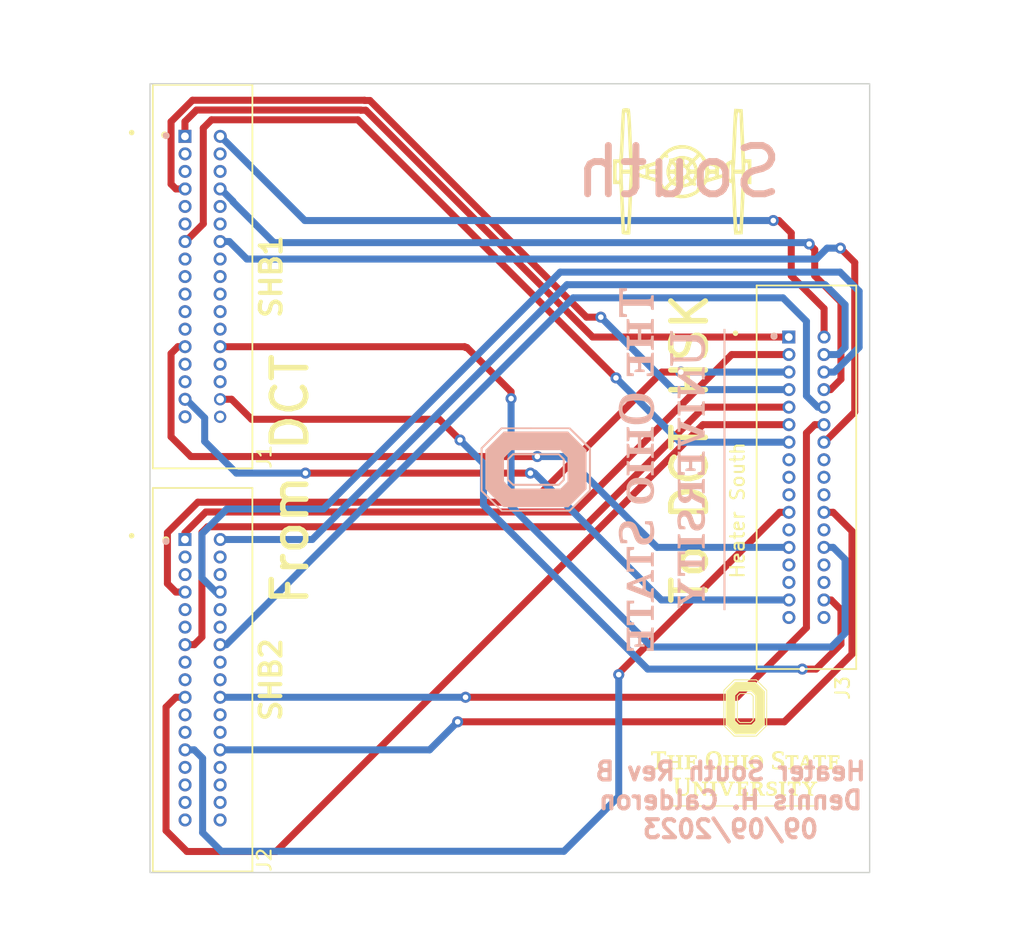
<source format=kicad_pcb>
(kicad_pcb (version 20221018) (generator pcbnew)
  (title_block (title "Heater Pass Through South") (company "The Ohio State University"))
  (layers (0 "F.Cu" signal) (31 "B.Cu" signal) (34 "B.Paste" user) (35 "F.Paste" user) (36 "B.SilkS" user "B.Silkscreen") (37 "F.SilkS" user "F.Silkscreen") (38 "B.Mask" user) (39 "F.Mask" user) (44 "Edge.Cuts" user))
  (net 0 "")
  (net 1 "/HB1_1")
  (net 2 "/HB1_2")
  (net 7 "/HB1_7")
  (net 8 "/HB1_8")
  (net 13 "/HB1_13")
  (net 14 "/HB1_14")
  (net 25 "/HB1_25")
  (net 26 "/HB1_26")
  (net 29 "unconnected-(J1-Pin_29-Pad29)")
  (net 31 "/HB1_31")
  (net 32 "/HB1_32")
  (net 35 "/HB2_1")
  (net 36 "/HB2_2")
  (net 41 "/HB2_7")
  (net 42 "/HB2_8")
  (net 47 "/HB2_13")
  (net 48 "/HB2_14")
  (net 53 "/HB2_19")
  (net 54 "/HB2_20")
  (net 59 "/HB2_25")
  (net 60 "/HB2_26")
  (footprint "MountingHole:MountingHole_3.2mm_M3_DIN965" (layer "F.Cu") (at 118.11 53.34)
    (fp_text reference "REF**" hide)
    (fp_text value "MountingHole_3.2mm_M3_DIN965")
    (pad "" np_thru_hole circle (at 0 0) (size 3.2 3.2) (drill 3.2) (layers "*.Cu" "*.Mask"))
  )
  (footprint "HELIX:HELIX_DCT_ICDconnector34pin_corrected" (layer "F.Cu") (at 95.25 90.17 -90)
    (fp_text reference "J2" (at 13.0556 -4.4704 90) (layer "F.SilkS"))
    (fp_text value "SHB2" (at 0.000001 -4.953 90) (layer "F.SilkS") (effects (font (size 1.5 1.5) (thickness 0.3) bold)))
    (pad "1" thru_hole rect (at -10.16 1.28016 270) (size 0.9408 0.9408) (drill 0.56) (layers "*.Cu" "*.Mask") (net 35 "/HB2_1"))
    (pad "2" thru_hole circle (at -10.16 -1.28016 270) (size 0.9408 0.9408) (drill 0.56) (layers "*.Cu" "*.Mask") (net 36 "/HB2_2"))
    (pad "3" thru_hole circle (at -8.89 1.27 270) (size 0.9408 0.9408) (drill 0.56) (layers "*.Cu" "*.Mask"))
    (pad "4" thru_hole circle (at -8.89 -1.27 270) (size 0.9408 0.9408) (drill 0.56) (layers "*.Cu" "*.Mask"))
    (pad "5" thru_hole circle (at -7.62 1.27 270) (size 0.9408 0.9408) (drill 0.56) (layers "*.Cu" "*.Mask"))
    (pad "6" thru_hole circle (at -7.62 -1.27 270) (size 0.9408 0.9408) (drill 0.56) (layers "*.Cu" "*.Mask"))
    (pad "7" thru_hole circle (at -6.35 1.27 270) (size 0.9408 0.9408) (drill 0.56) (layers "*.Cu" "*.Mask") (net 41 "/HB2_7"))
    (pad "8" thru_hole circle (at -6.35 -1.27 270) (size 0.9408 0.9408) (drill 0.56) (layers "*.Cu" "*.Mask") (net 42 "/HB2_8"))
    (pad "9" thru_hole circle (at -5.08 1.27 270) (size 0.9408 0.9408) (drill 0.56) (layers "*.Cu" "*.Mask"))
    (pad "10" thru_hole circle (at -5.08 -1.27 270) (size 0.9408 0.9408) (drill 0.56) (layers "*.Cu" "*.Mask"))
    (pad "11" thru_hole circle (at -3.81 1.27 270) (size 0.9408 0.9408) (drill 0.56) (layers "*.Cu" "*.Mask"))
    (pad "12" thru_hole circle (at -3.81 -1.27 270) (size 0.9408 0.9408) (drill 0.56) (layers "*.Cu" "*.Mask"))
    (pad "13" thru_hole circle (at -2.54 1.27 270) (size 0.9408 0.9408) (drill 0.56) (layers "*.Cu" "*.Mask") (net 47 "/HB2_13"))
    (pad "14" thru_hole circle (at -2.54 -1.27 270) (size 0.9408 0.9408) (drill 0.56) (layers "*.Cu" "*.Mask") (net 48 "/HB2_14"))
    (pad "15" thru_hole circle (at -1.27 1.27 270) (size 0.9408 0.9408) (drill 0.56) (layers "*.Cu" "*.Mask"))
    (pad "16" thru_hole circle (at -1.27 -1.27 270) (size 0.9408 0.9408) (drill 0.56) (layers "*.Cu" "*.Mask"))
    (pad "17" thru_hole circle (at 0 1.27 270) (size 0.9408 0.9408) (drill 0.56) (layers "*.Cu" "*.Mask"))
    (pad "18" thru_hole circle (at 0 -1.27 270) (size 0.9408 0.9408) (drill 0.56) (layers "*.Cu" "*.Mask"))
    (pad "19" thru_hole circle (at 1.27 1.27 270) (size 0.9408 0.9408) (drill 0.56) (layers "*.Cu" "*.Mask") (net 53 "/HB2_19"))
    (pad "20" thru_hole circle (at 1.27 -1.27 270) (size 0.9408 0.9408) (drill 0.56) (layers "*.Cu" "*.Mask") (net 54 "/HB2_20"))
    (pad "21" thru_hole circle (at 2.54 1.27 270) (size 0.9408 0.9408) (drill 0.56) (layers "*.Cu" "*.Mask"))
    (pad "22" thru_hole circle (at 2.54 -1.27 270) (size 0.9408 0.9408) (drill 0.56) (layers "*.Cu" "*.Mask"))
    (pad "23" thru_hole circle (at 3.81 1.27 270) (size 0.9408 0.9408) (drill 0.56) (layers "*.Cu" "*.Mask"))
    (pad "24" thru_hole circle (at 3.81 -1.27 270) (size 0.9408 0.9408) (drill 0.56) (layers "*.Cu" "*.Mask"))
    (pad "25" thru_hole circle (at 5.08 1.27 270) (size 0.9408 0.9408) (drill 0.56) (layers "*.Cu" "*.Mask") (net 59 "/HB2_25"))
    (pad "26" thru_hole circle (at 5.08 -1.27 270) (size 0.9408 0.9408) (drill 0.56) (layers "*.Cu" "*.Mask") (net 60 "/HB2_26"))
    (pad "27" thru_hole circle (at 6.35 1.27 270) (size 0.9408 0.9408) (drill 0.56) (layers "*.Cu" "*.Mask"))
    (pad "28" thru_hole circle (at 6.35 -1.27 270) (size 0.9408 0.9408) (drill 0.56) (layers "*.Cu" "*.Mask"))
    (pad "29" thru_hole circle (at 7.62 1.27 270) (size 0.9408 0.9408) (drill 0.56) (layers "*.Cu" "*.Mask"))
    (pad "30" thru_hole circle (at 7.62 -1.27 270) (size 0.9408 0.9408) (drill 0.56) (layers "*.Cu" "*.Mask"))
    (pad "31" thru_hole circle (at 8.89 1.27 270) (size 0.9408 0.9408) (drill 0.56) (layers "*.Cu" "*.Mask"))
    (pad "32" thru_hole circle (at 8.89 -1.27 270) (size 0.9408 0.9408) (drill 0.56) (layers "*.Cu" "*.Mask"))
    (pad "33" thru_hole circle (at 10.16 1.27 270) (size 0.9408 0.9408) (drill 0.56) (layers "*.Cu" "*.Mask"))
    (pad "34" thru_hole circle (at 10.16 -1.27 270) (size 0.9408 0.9408) (drill 0.56) (layers "*.Cu" "*.Mask"))
  )
  (footprint "LOGO" (layer "F.Cu") (at 130 53.360804)
    (fp_text reference "G***" hide)
    (fp_text value "LOGO" hide)
  )
  (footprint "MountingHole:MountingHole_3.2mm_M3_DIN965" (layer "F.Cu") (at 118.11 97.79)
    (fp_text reference "REF**" hide)
    (fp_text value "MountingHole_3.2mm_M3_DIN965")
    (pad "" np_thru_hole circle (at 0 0) (size 3.2 3.2) (drill 3.2) (layers "F&B.Cu" "*.Mask"))
  )
  (footprint "HELIX:HELIX_DCT_ICDconnector34pin_corrected" (layer "F.Cu") (at 139 75.5 -90)
    (fp_text reference "J3" (at 15.2654 -2.62636 90) (layer "F.SilkS"))
    (fp_text value "Heater South" (at 2.4 4.99364 90) (layer "F.SilkS"))
    (pad "1" thru_hole rect (at -10.16 1.28016 270) (size 0.9408 0.9408) (drill 0.56) (layers "*.Cu" "*.Mask") (net 1 "/HB1_1"))
    (pad "2" thru_hole circle (at -10.16 -1.28016 270) (size 0.9408 0.9408) (drill 0.56) (layers "*.Cu" "*.Mask") (net 2 "/HB1_2"))
    (pad "3" thru_hole circle (at -8.89 1.27 270) (size 0.9408 0.9408) (drill 0.56) (layers "*.Cu" "*.Mask") (net 35 "/HB2_1"))
    (pad "4" thru_hole circle (at -8.89 -1.27 270) (size 0.9408 0.9408) (drill 0.56) (layers "*.Cu" "*.Mask") (net 36 "/HB2_2"))
    (pad "5" thru_hole circle (at -7.62 1.27 270) (size 0.9408 0.9408) (drill 0.56) (layers "*.Cu" "*.Mask") (net 41 "/HB2_7"))
    (pad "6" thru_hole circle (at -7.62 -1.27 270) (size 0.9408 0.9408) (drill 0.56) (layers "*.Cu" "*.Mask") (net 42 "/HB2_8"))
    (pad "7" thru_hole circle (at -6.35 1.27 270) (size 0.9408 0.9408) (drill 0.56) (layers "*.Cu" "*.Mask") (net 7 "/HB1_7"))
    (pad "8" thru_hole circle (at -6.35 -1.27 270) (size 0.9408 0.9408) (drill 0.56) (layers "*.Cu" "*.Mask") (net 8 "/HB1_8"))
    (pad "9" thru_hole circle (at -5.08 1.27 270) (size 0.9408 0.9408) (drill 0.56) (layers "*.Cu" "*.Mask") (net 47 "/HB2_13"))
    (pad "10" thru_hole circle (at -5.08 -1.27 270) (size 0.9408 0.9408) (drill 0.56) (layers "*.Cu" "*.Mask") (net 48 "/HB2_14"))
    (pad "11" thru_hole circle (at -3.81 1.27 270) (size 0.9408 0.9408) (drill 0.56) (layers "*.Cu" "*.Mask") (net 53 "/HB2_19"))
    (pad "12" thru_hole circle (at -3.81 -1.27 270) (size 0.9408 0.9408) (drill 0.56) (layers "*.Cu" "*.Mask") (net 54 "/HB2_20"))
    (pad "13" thru_hole circle (at -2.54 1.27 270) (size 0.9408 0.9408) (drill 0.56) (layers "*.Cu" "*.Mask") (net 13 "/HB1_13"))
    (pad "14" thru_hole circle (at -2.54 -1.27 270) (size 0.9408 0.9408) (drill 0.56) (layers "*.Cu" "*.Mask") (net 14 "/HB1_14"))
    (pad "15" thru_hole circle (at -1.27 1.27 270) (size 0.9408 0.9408) (drill 0.56) (layers "*.Cu" "*.Mask"))
    (pad "16" thru_hole circle (at -1.27 -1.27 270) (size 0.9408 0.9408) (drill 0.56) (layers "*.Cu" "*.Mask"))
    (pad "17" thru_hole circle (at 0 1.27 270) (size 0.9408 0.9408) (drill 0.56) (layers "*.Cu" "*.Mask"))
    (pad "18" thru_hole circle (at 0 -1.27 270) (size 0.9408 0.9408) (drill 0.56) (layers "*.Cu" "*.Mask"))
    (pad "19" thru_hole circle (at 1.27 1.27 270) (size 0.9408 0.9408) (drill 0.56) (layers "*.Cu" "*.Mask"))
    (pad "20" thru_hole circle (at 1.27 -1.27 270) (size 0.9408 0.9408) (drill 0.56) (layers "*.Cu" "*.Mask"))
    (pad "21" thru_hole circle (at 2.54 1.27 270) (size 0.9408 0.9408) (drill 0.56) (layers "*.Cu" "*.Mask") (net 59 "/HB2_25"))
    (pad "22" thru_hole circle (at 2.54 -1.27 270) (size 0.9408 0.9408) (drill 0.56) (layers "*.Cu" "*.Mask") (net 60 "/HB2_26"))
    (pad "23" thru_hole circle (at 3.81 1.27 270) (size 0.9408 0.9408) (drill 0.56) (layers "*.Cu" "*.Mask"))
    (pad "24" thru_hole circle (at 3.81 -1.27 270) (size 0.9408 0.9408) (drill 0.56) (layers "*.Cu" "*.Mask"))
    (pad "25" thru_hole circle (at 5.08 1.27 270) (size 0.9408 0.9408) (drill 0.56) (layers "*.Cu" "*.Mask") (net 25 "/HB1_25"))
    (pad "26" thru_hole circle (at 5.08 -1.27 270) (size 0.9408 0.9408) (drill 0.56) (layers "*.Cu" "*.Mask") (net 26 "/HB1_26"))
    (pad "27" thru_hole circle (at 6.35 1.27 270) (size 0.9408 0.9408) (drill 0.56) (layers "*.Cu" "*.Mask"))
    (pad "28" thru_hole circle (at 6.35 -1.27 270) (size 0.9408 0.9408) (drill 0.56) (layers "*.Cu" "*.Mask"))
    (pad "29" thru_hole circle (at 7.62 1.27 270) (size 0.9408 0.9408) (drill 0.56) (layers "*.Cu" "*.Mask"))
    (pad "30" thru_hole circle (at 7.62 -1.27 270) (size 0.9408 0.9408) (drill 0.56) (layers "*.Cu" "*.Mask"))
    (pad "31" thru_hole circle (at 8.89 1.27 270) (size 0.9408 0.9408) (drill 0.56) (layers "*.Cu" "*.Mask") (net 31 "/HB1_31"))
    (pad "32" thru_hole circle (at 8.89 -1.27 270) (size 0.9408 0.9408) (drill 0.56) (layers "*.Cu" "*.Mask") (net 32 "/HB1_32"))
    (pad "33" thru_hole circle (at 10.16 1.27 270) (size 0.9408 0.9408) (drill 0.56) (layers "*.Cu" "*.Mask"))
    (pad "34" thru_hole circle (at 10.16 -1.27 270) (size 0.9408 0.9408) (drill 0.56) (layers "*.Cu" "*.Mask"))
  )
  (footprint "LOGO" (layer "F.Cu") (at 134.5692 94.742)
    (fp_text reference "G***" hide)
    (fp_text value "LOGO" hide)
  )
  (footprint "HELIX:HELIX_DCT_ICDconnector34pin_corrected" (layer "F.Cu") (at 95.25 60.96 -90)
    (fp_text reference "J1" (at 13.0556 -4.4704 90) (layer "F.SilkS"))
    (fp_text value "SHB1" (at 0.000001 -4.97 90) (layer "F.SilkS") (effects (font (size 1.5 1.5) (thickness 0.3) bold)))
    (pad "1" thru_hole rect (at -10.16 1.28016 270) (size 0.9408 0.9408) (drill 0.56) (layers "*.Cu" "*.Mask") (net 1 "/HB1_1"))
    (pad "2" thru_hole circle (at -10.16 -1.28016 270) (size 0.9408 0.9408) (drill 0.56) (layers "*.Cu" "*.Mask") (net 2 "/HB1_2"))
    (pad "3" thru_hole circle (at -8.89 1.27 270) (size 0.9408 0.9408) (drill 0.56) (layers "*.Cu" "*.Mask"))
    (pad "4" thru_hole circle (at -8.89 -1.27 270) (size 0.9408 0.9408) (drill 0.56) (layers "*.Cu" "*.Mask"))
    (pad "5" thru_hole circle (at -7.62 1.27 270) (size 0.9408 0.9408) (drill 0.56) (layers "*.Cu" "*.Mask"))
    (pad "6" thru_hole circle (at -7.62 -1.27 270) (size 0.9408 0.9408) (drill 0.56) (layers "*.Cu" "*.Mask"))
    (pad "7" thru_hole circle (at -6.35 1.27 270) (size 0.9408 0.9408) (drill 0.56) (layers "*.Cu" "*.Mask") (net 7 "/HB1_7"))
    (pad "8" thru_hole circle (at -6.35 -1.27 270) (size 0.9408 0.9408) (drill 0.56) (layers "*.Cu" "*.Mask") (net 8 "/HB1_8"))
    (pad "9" thru_hole circle (at -5.08 1.27 270) (size 0.9408 0.9408) (drill 0.56) (layers "*.Cu" "*.Mask"))
    (pad "10" thru_hole circle (at -5.08 -1.27 270) (size 0.9408 0.9408) (drill 0.56) (layers "*.Cu" "*.Mask"))
    (pad "11" thru_hole circle (at -3.81 1.27 270) (size 0.9408 0.9408) (drill 0.56) (layers "*.Cu" "*.Mask"))
    (pad "12" thru_hole circle (at -3.81 -1.27 270) (size 0.9408 0.9408) (drill 0.56) (layers "*.Cu" "*.Mask"))
    (pad "13" thru_hole circle (at -2.54 1.27 270) (size 0.9408 0.9408) (drill 0.56) (layers "*.Cu" "*.Mask") (net 13 "/HB1_13"))
    (pad "14" thru_hole circle (at -2.54 -1.27 270) (size 0.9408 0.9408) (drill 0.56) (layers "*.Cu" "*.Mask") (net 14 "/HB1_14"))
    (pad "15" thru_hole circle (at -1.27 1.27 270) (size 0.9408 0.9408) (drill 0.56) (layers "*.Cu" "*.Mask"))
    (pad "16" thru_hole circle (at -1.27 -1.27 270) (size 0.9408 0.9408) (drill 0.56) (layers "*.Cu" "*.Mask"))
    (pad "17" thru_hole circle (at 0 1.27 270) (size 0.9408 0.9408) (drill 0.56) (layers "*.Cu" "*.Mask"))
    (pad "18" thru_hole circle (at 0 -1.27 270) (size 0.9408 0.9408) (drill 0.56) (layers "*.Cu" "*.Mask"))
    (pad "19" thru_hole circle (at 1.27 1.27 270) (size 0.9408 0.9408) (drill 0.56) (layers "*.Cu" "*.Mask"))
    (pad "20" thru_hole circle (at 1.27 -1.27 270) (size 0.9408 0.9408) (drill 0.56) (layers "*.Cu" "*.Mask"))
    (pad "21" thru_hole circle (at 2.54 1.27 270) (size 0.9408 0.9408) (drill 0.56) (layers "*.Cu" "*.Mask"))
    (pad "22" thru_hole circle (at 2.54 -1.27 270) (size 0.9408 0.9408) (drill 0.56) (layers "*.Cu" "*.Mask"))
    (pad "23" thru_hole circle (at 3.81 1.27 270) (size 0.9408 0.9408) (drill 0.56) (layers "*.Cu" "*.Mask"))
    (pad "24" thru_hole circle (at 3.81 -1.27 270) (size 0.9408 0.9408) (drill 0.56) (layers "*.Cu" "*.Mask"))
    (pad "25" thru_hole circle (at 5.08 1.27 270) (size 0.9408 0.9408) (drill 0.56) (layers "*.Cu" "*.Mask") (net 25 "/HB1_25"))
    (pad "26" thru_hole circle (at 5.08 -1.27 270) (size 0.9408 0.9408) (drill 0.56) (layers "*.Cu" "*.Mask") (net 26 "/HB1_26"))
    (pad "27" thru_hole circle (at 6.35 1.27 270) (size 0.9408 0.9408) (drill 0.56) (layers "*.Cu" "*.Mask"))
    (pad "28" thru_hole circle (at 6.35 -1.27 270) (size 0.9408 0.9408) (drill 0.56) (layers "*.Cu" "*.Mask"))
    (pad "29" thru_hole circle (at 7.62 1.27 270) (size 0.9408 0.9408) (drill 0.56) (layers "*.Cu" "*.Mask") (net 29 "unconnected-(J1-Pin_29-Pad29)"))
    (pad "30" thru_hole circle (at 7.62 -1.27 270) (size 0.9408 0.9408) (drill 0.56) (layers "*.Cu" "*.Mask"))
    (pad "31" thru_hole circle (at 8.89 1.27 270) (size 0.9408 0.9408) (drill 0.56) (layers "*.Cu" "*.Mask") (net 31 "/HB1_31"))
    (pad "32" thru_hole circle (at 8.89 -1.27 270) (size 0.89 0.89) (drill 0.56) (layers "*.Cu" "*.Mask") (net 32 "/HB1_32"))
    (pad "33" thru_hole circle (at 10.16 1.27 270) (size 0.9408 0.9408) (drill 0.56) (layers "*.Cu" "*.Mask"))
    (pad "34" thru_hole circle (at 10.16 -1.27 270) (size 0.89 0.89) (drill 0.56) (layers "*.Cu" "*.Mask"))
  )
  (footprint "LOGO" (layer "B.Cu") (at 124.25 74.94 -90)
    (fp_text reference "G***" hide)
    (fp_text value "" (at 0.75 0 90) (layer "F.SilkS") (effects (font (size 1.524 1.524) (thickness 0.3))))
  )
  (gr_circle (center 92.6 80.15) (end 92.600001 80.15) (stroke (width 0.254)) (fill none) (layer "B.SilkS"))
  (gr_circle (center 92.61 50.75) (end 92.610001 50.75) (stroke (width 0.254)) (fill none) (layer "B.SilkS"))
  (gr_circle (center 136.651999 65.278) (end 136.652 65.278) (stroke (width 0.254)) (fill none) (layer "B.SilkS"))
  (gr_circle (center 92.59 80.03) (end 92.590001 80.03) (stroke (width 0.254)) (fill none) (layer "F.SilkS"))
  (gr_circle (center 92.5 50.7) (end 92.500001 50.7) (stroke (width 0.254)) (fill none) (layer "F.SilkS"))
  (gr_circle (center 136.652 65.278) (end 136.652001 65.278) (stroke (width 0.254)) (fill none) (layer "F.SilkS"))
  (gr_rect (start 91.44 46.99) (end 143.58 104.14) (stroke (width 0.1)) (fill none) (layer "Edge.Cuts"))
  (gr_text "South\n" (at 137.475386 55.415) (layer "B.SilkS") (effects (font (size 3.5 3.5) (thickness 0.5)) (justify left bottom mirror)))
  (gr_text "Heater South Rev B\nDennis H. Calderon\n09/09/2023" (at 133.5 98.9) (layer "B.SilkS") (effects (font (size 1.3 1.3) (thickness 0.3) bold) (justify mirror)))
  (gr_text "To DCT HSK\n" (at 132 84.897619 90) (layer "F.SilkS") (effects (font (size 2.5 2.5) (thickness 0.4)) (justify left bottom)))
  (gr_text "From DCT" (at 103.0478 84.962619 90) (layer "F.SilkS") (effects (font (size 2.5 2.5) (thickness 0.4)) (justify left bottom)))
  (segment (start 93.96984 49.73016) (end 93.96984 50.8) (width 0.508) (layer "F.Cu") (net 1))
  (segment (start 106.690737 48.892) (end 94.808 48.892) (width 0.508) (layer "F.Cu") (net 1))
  (segment (start 94.808 48.892) (end 93.96984 49.73016) (width 0.508) (layer "F.Cu") (net 1))
  (segment (start 137.71984 65.34) (end 123.506 65.34) (width 0.508) (layer "F.Cu") (net 1))
  (segment (start 123.506 65.34) (end 107.074 48.908) (width 0.508) (layer "F.Cu") (net 1))
  (segment (start 106.706737 48.908) (end 106.690737 48.892) (width 0.508) (layer "F.Cu") (net 1))
  (segment (start 107.074 48.908) (end 106.706737 48.908) (width 0.508) (layer "F.Cu") (net 1))
  (segment (start 140.28016 63.28016) (end 140.28016 65.34) (width 0.508) (layer "F.Cu") (net 2))
  (segment (start 137 56.9) (end 137.9 57.8) (width 0.508) (layer "F.Cu") (net 2))
  (segment (start 137.9 60.9) (end 140.28016 63.28016) (width 0.508) (layer "F.Cu") (net 2))
  (segment (start 136.6 56.9) (end 137 56.9) (width 0.508) (layer "F.Cu") (net 2))
  (segment (start 137.9 57.8) (end 137.9 60.9) (width 0.508) (layer "F.Cu") (net 2))
  (via (at 136.6 56.9) (size 0.8) (drill 0.4) (layers "F.Cu" "B.Cu") (net 2))
  (segment (start 136.6 56.9) (end 102.6573 56.9) (width 0.508) (layer "B.Cu") (net 2))
  (segment (start 96.5573 50.8) (end 96.53016 50.8) (width 0.508) (layer "B.Cu") (net 2))
  (segment (start 102.6573 56.9) (end 96.5573 50.8) (width 0.508) (layer "B.Cu") (net 2))
  (segment (start 107 48.2) (end 106.984 48.184) (width 0.508) (layer "F.Cu") (net 7))
  (segment (start 123.067264 63.9) (end 107.367264 48.2) (width 0.508) (layer "F.Cu") (net 7))
  (segment (start 93.314754 54.61) (end 93.98 54.61) (width 0.508) (layer "F.Cu") (net 7))
  (segment (start 107.367264 48.2) (end 107 48.2) (width 0.508) (layer "F.Cu") (net 7))
  (segment (start 106.984 48.184) (end 94.514736 48.184) (width 0.508) (layer "F.Cu") (net 7))
  (segment (start 92.964 49.734736) (end 92.964 54.259246) (width 0.508) (layer "F.Cu") (net 7))
  (segment (start 124.1 63.9) (end 123.067264 63.9) (width 0.508) (layer "F.Cu") (net 7))
  (segment (start 92.964 54.259246) (end 93.314754 54.61) (width 0.508) (layer "F.Cu") (net 7))
  (segment (start 94.514736 48.184) (end 92.964 49.734736) (width 0.508) (layer "F.Cu") (net 7))
  (via (at 124.1 63.9) (size 0.8) (drill 0.4) (layers "F.Cu" "B.Cu") (net 7))
  (segment (start 124.1 63.9) (end 129.35 69.15) (width 0.508) (layer "B.Cu") (net 7))
  (segment (start 129.35 69.15) (end 137.73 69.15) (width 0.508) (layer "B.Cu") (net 7))
  (segment (start 140.75 69.15) (end 140.27 69.15) (width 0.508) (layer "F.Cu") (net 8))
  (segment (start 141.5 68.4) (end 140.75 69.15) (width 0.508) (layer "F.Cu") (net 8))
  (segment (start 139.2 58.6) (end 139.6 59) (width 0.508) (layer "F.Cu") (net 8))
  (segment (start 139.6 59) (end 139.6 60.9) (width 0.508) (layer "F.Cu") (net 8))
  (segment (start 141.5 62.8) (end 141.5 68.4) (width 0.508) (layer "F.Cu") (net 8))
  (segment (start 139.6 60.9) (end 141.5 62.8) (width 0.508) (layer "F.Cu") (net 8))
  (via (at 139.2 58.6) (size 0.8) (drill 0.4) (layers "F.Cu" "B.Cu") (net 8))
  (segment (start 100.41 58.5) (end 97.4444 55.5344) (width 0.508) (layer "B.Cu") (net 8))
  (segment (start 97.4444 55.5344) (end 97.4444 55.4971) (width 0.508) (layer "B.Cu") (net 8))
  (segment (start 139.1 58.5) (end 100.41 58.5) (width 0.508) (layer "B.Cu") (net 8))
  (segment (start 97.4444 55.4971) (end 96.5573 54.61) (width 0.508) (layer "B.Cu") (net 8))
  (segment (start 139.2 58.6) (end 139.1 58.5) (width 0.508) (layer "B.Cu") (net 8))
  (segment (start 96.5573 54.61) (end 96.52 54.61) (width 0.508) (layer "B.Cu") (net 8))
  (segment (start 95.9 49.6) (end 95.3 50.2) (width 0.508) (layer "F.Cu") (net 13))
  (segment (start 94.0173 58.42) (end 93.98 58.42) (width 0.508) (layer "F.Cu") (net 13))
  (segment (start 125.196 68.3) (end 106.496 49.6) (width 0.508) (layer "F.Cu") (net 13))
  (segment (start 95.3 57.1373) (end 94.0173 58.42) (width 0.508) (layer "F.Cu") (net 13))
  (segment (start 106.496 49.6) (end 95.9 49.6) (width 0.508) (layer "F.Cu") (net 13))
  (segment (start 95.3 50.2) (end 95.3 57.1373) (width 0.508) (layer "F.Cu") (net 13))
  (segment (start 125.2 68.3) (end 125.196 68.3) (width 0.508) (layer "F.Cu") (net 13))
  (via (at 125.2 68.3) (size 0.8) (drill 0.4) (layers "F.Cu" "B.Cu") (net 13))
  (segment (start 129.86 72.96) (end 137.73 72.96) (width 0.508) (layer "B.Cu") (net 13))
  (segment (start 125.2 68.3) (end 129.86 72.96) (width 0.508) (layer "B.Cu") (net 13))
  (segment (start 140.3073 72.96) (end 140.27 72.96) (width 0.508) (layer "F.Cu") (net 14))
  (segment (start 141.460515 58.9) (end 142.5 59.939485) (width 0.508) (layer "F.Cu") (net 14))
  (segment (start 142.5 59.939485) (end 142.5 70.7673) (width 0.508) (layer "F.Cu") (net 14))
  (segment (start 142.5 70.7673) (end 140.3073 72.96) (width 0.508) (layer "F.Cu") (net 14))
  (via (at 141.460515 58.9) (size 0.8) (drill 0.4) (layers "F.Cu" "B.Cu") (net 14))
  (segment (start 98.455246 59.69) (end 97.185246 58.42) (width 0.508) (layer "B.Cu") (net 14))
  (segment (start 140.5 58.9) (end 139.71 59.69) (width 0.508) (layer "B.Cu") (net 14))
  (segment (start 97.185246 58.42) (end 96.52 58.42) (width 0.508) (layer "B.Cu") (net 14))
  (segment (start 139.71 59.69) (end 98.455246 59.69) (width 0.508) (layer "B.Cu") (net 14))
  (segment (start 141.460515 58.9) (end 140.5 58.9) (width 0.508) (layer "B.Cu") (net 14))
  (segment (start 92.964 72.564) (end 92.964 66.536) (width 0.508) (layer "F.Cu") (net 25))
  (segment (start 93.46 66.04) (end 93.98 66.04) (width 0.508) (layer "F.Cu") (net 25))
  (segment (start 94.4 74) (end 92.964 72.564) (width 0.508) (layer "F.Cu") (net 25))
  (segment (start 119.5 74) (end 94.4 74) (width 0.508) (layer "F.Cu") (net 25))
  (segment (start 92.964 66.536) (end 93.46 66.04) (width 0.508) (layer "F.Cu") (net 25))
  (via (at 119.5 74) (size 0.8) (drill 0.4) (layers "F.Cu" "B.Cu") (net 25))
  (segment (start 128.18 80.58) (end 137.73 80.58) (width 0.508) (layer "B.Cu") (net 25))
  (segment (start 119.5 74) (end 121.6 74) (width 0.508) (layer "B.Cu") (net 25))
  (segment (start 121.6 74) (end 128.18 80.58) (width 0.508) (layer "B.Cu") (net 25))
  (segment (start 117.6 69.3) (end 114.4 66.1) (width 0.508) (layer "F.Cu") (net 26))
  (segment (start 114.3 66.1) (end 114.24 66.04) (width 0.508) (layer "F.Cu") (net 26))
  (segment (start 117.6 69.8) (end 117.6 69.3) (width 0.508) (layer "F.Cu") (net 26))
  (segment (start 114.24 66.04) (end 96.52 66.04) (width 0.508) (layer "F.Cu") (net 26))
  (segment (start 114.4 66.1) (end 114.3 66.1) (width 0.508) (layer "F.Cu") (net 26))
  (via (at 117.6 69.8) (size 0.8) (drill 0.4) (layers "F.Cu" "B.Cu") (net 26))
  (segment (start 117.6 77.6) (end 127.8 87.8) (width 0.508) (layer "B.Cu") (net 26))
  (segment (start 140.935246 80.58) (end 140.27 80.58) (width 0.508) (layer "B.Cu") (net 26))
  (segment (start 140.8 87.8) (end 141.8 86.8) (width 0.508) (layer "B.Cu") (net 26))
  (segment (start 117.6 69.8) (end 117.6 77.6) (width 0.508) (layer "B.Cu") (net 26))
  (segment (start 127.8 87.8) (end 140.8 87.8) (width 0.508) (layer "B.Cu") (net 26))
  (segment (start 141.8 81.444754) (end 140.935246 80.58) (width 0.508) (layer "B.Cu") (net 26))
  (segment (start 141.8 86.8) (end 141.8 81.444754) (width 0.508) (layer "B.Cu") (net 26))
  (segment (start 93.98 68.62) (end 93.98 68.58) (width 0.508) (layer "F.Cu") (net 29))
  (segment (start 93.9027 68.62) (end 93.98 68.62) (width 0.508) (layer "F.Cu") (net 29))
  (segment (start 102.7 75.2) (end 119 75.2) (width 0.508) (layer "F.Cu") (net 31))
  (via (at 102.7 75.2) (size 0.8) (drill 0.4) (layers "F.Cu" "B.Cu") (net 31))
  (via (at 119 75.2) (size 0.8) (drill 0.4) (layers "F.Cu" "B.Cu") (net 31))
  (segment (start 119.3 75.2) (end 128.49 84.39) (width 0.508) (layer "B.Cu") (net 31))
  (segment (start 102.7 75.2) (end 97.7 75.2) (width 0.508) (layer "B.Cu") (net 31))
  (segment (start 119 75.2) (end 119.3 75.2) (width 0.508) (layer "B.Cu") (net 31))
  (segment (start 95.4 71.2) (end 94.05 69.85) (width 0.508) (layer "B.Cu") (net 31))
  (segment (start 128.49 84.39) (end 137.73 84.39) (width 0.508) (layer "B.Cu") (net 31))
  (segment (start 94.05 69.85) (end 93.98 69.85) (width 0.508) (layer "B.Cu") (net 31))
  (segment (start 95.4 72.9) (end 95.4 71.2) (width 0.508) (layer "B.Cu") (net 31))
  (segment (start 97.7 75.2) (end 95.4 72.9) (width 0.508) (layer "B.Cu") (net 31))
  (segment (start 113.9 72.8) (end 112.4 71.3) (width 0.508) (layer "F.Cu") (net 32))
  (segment (start 140.79 84.39) (end 140.27 84.39) (width 0.508) (layer "F.Cu") (net 32))
  (segment (start 97.35 69.85) (end 96.52 69.85) (width 0.508) (layer "F.Cu") (net 32))
  (segment (start 141.5 87.6) (end 141.5 85.1) (width 0.508) (layer "F.Cu") (net 32))
  (segment (start 112.4 71.3) (end 98.8 71.3) (width 0.508) (layer "F.Cu") (net 32))
  (segment (start 138.7 89.4) (end 139.7 89.4) (width 0.508) (layer "F.Cu") (net 32))
  (segment (start 141.5 85.1) (end 140.79 84.39) (width 0.508) (layer "F.Cu") (net 32))
  (segment (start 98.8 71.3) (end 97.35 69.85) (width 0.508) (layer "F.Cu") (net 32))
  (segment (start 139.7 89.4) (end 141.5 87.6) (width 0.508) (layer "F.Cu") (net 32))
  (via (at 138.7 89.4) (size 0.8) (drill 0.4) (layers "F.Cu" "B.Cu") (net 32))
  (via (at 113.9 72.8) (size 0.8) (drill 0.4) (layers "F.Cu" "B.Cu") (net 32))
  (segment (start 115.6 74.5) (end 113.9 72.8) (width 0.508) (layer "B.Cu") (net 32))
  (segment (start 115.6 77.5) (end 115.6 74.5) (width 0.508) (layer "B.Cu") (net 32))
  (segment (start 138.7 89.4) (end 127.5 89.4) (width 0.508) (layer "B.Cu") (net 32))
  (segment (start 127.5 89.4) (end 115.6 77.5) (width 0.508) (layer "B.Cu") (net 32))
  (segment (start 133.59 66.61) (end 122.184 78.016) (width 0.508) (layer "F.Cu") (net 35))
  (segment (start 122.184 78.016) (end 95.484 78.016) (width 0.508) (layer "F.Cu") (net 35))
  (segment (start 93.96984 79.53016) (end 93.96984 80.01) (width 0.508) (layer "F.Cu") (net 35))
  (segment (start 137.73 66.61) (end 133.59 66.61) (width 0.508) (layer "F.Cu") (net 35))
  (segment (start 95.484 78.016) (end 93.96984 79.53016) (width 0.508) (layer "F.Cu") (net 35))
  (segment (start 141.8 63) (end 141.8 66.1) (width 0.508) (layer "B.Cu") (net 36))
  (segment (start 141.8 63) (end 140.347724 61.547724) (width 0.508) (layer "B.Cu") (net 36))
  (segment (start 141.29 66.61) (end 140.27 66.61) (width 0.508) (layer "B.Cu") (net 36))
  (segment (start 141.8 66.1) (end 141.29 66.61) (width 0.508) (layer "B.Cu") (net 36))
  (segment (start 103.19 80.01) (end 96.53016 80.01) (width 0.508) (layer "B.Cu") (net 36))
  (segment (start 140.347724 61.547724) (end 121.652276 61.547724) (width 0.508) (layer "B.Cu") (net 36))
  (segment (start 121.652276 61.547724) (end 103.19 80.01) (width 0.508) (layer "B.Cu") (net 36))
  (segment (start 92.7 83.205246) (end 93.314754 83.82) (width 0.508) (layer "F.Cu") (net 41))
  (segment (start 119.092 77.308) (end 94.904 77.308) (width 0.508) (layer "F.Cu") (net 41))
  (segment (start 92.7 79.512) (end 92.7 83.205246) (width 0.508) (layer "F.Cu") (net 41))
  (segment (start 94.904 77.308) (end 92.7 79.512) (width 0.508) (layer "F.Cu") (net 41))
  (segment (start 129.9 67.88) (end 128.52 67.88) (width 0.508) (layer "F.Cu") (net 41))
  (segment (start 93.314754 83.82) (end 93.98 83.82) (width 0.508) (layer "F.Cu") (net 41))
  (segment (start 128.52 67.88) (end 119.092 77.308) (width 0.508) (layer "F.Cu") (net 41))
  (via (at 129.9 67.88) (size 0.8) (drill 0.4) (layers "F.Cu" "B.Cu") (net 41))
  (segment (start 129.9 67.88) (end 137.73 67.88) (width 0.508) (layer "B.Cu") (net 41))
  (segment (start 141.021264 67.88) (end 140.27 67.88) (width 0.508) (layer "B.Cu") (net 42))
  (segment (start 104 77.8) (end 121.1615 60.6385) (width 0.508) (layer "B.Cu") (net 42))
  (segment (start 142.818 62.018) (end 142.818 66.083264) (width 0.508) (layer "B.Cu") (net 42))
  (segment (start 95.2 82.8) (end 95.2 79.6) (width 0.508) (layer "B.Cu") (net 42))
  (segment (start 141.4385 60.6385) (end 142.818 62.018) (width 0.508) (layer "B.Cu") (net 42))
  (segment (start 95.2 79.6) (end 97 77.8) (width 0.508) (layer "B.Cu") (net 42))
  (segment (start 142.818 66.083264) (end 141.021264 67.88) (width 0.508) (layer "B.Cu") (net 42))
  (segment (start 121.1615 60.6385) (end 141.4385 60.6385) (width 0.508) (layer "B.Cu") (net 42))
  (segment (start 97 77.8) (end 104 77.8) (width 0.508) (layer "B.Cu") (net 42))
  (segment (start 96.52 83.82) (end 96.22 83.82) (width 0.508) (layer "B.Cu") (net 42))
  (segment (start 96.22 83.82) (end 95.2 82.8) (width 0.508) (layer "B.Cu") (net 42))
  (segment (start 95.6144 79.0856) (end 95.2 79.5) (width 0.508) (layer "F.Cu") (net 47))
  (segment (start 95.2 87.075246) (end 94.645246 87.63) (width 0.508) (layer "F.Cu") (net 47))
  (segment (start 95.2 79.5) (end 95.2 87.075246) (width 0.508) (layer "F.Cu") (net 47))
  (segment (start 94.645246 87.63) (end 93.98 87.63) (width 0.508) (layer "F.Cu") (net 47))
  (segment (start 122.9144 79.0856) (end 95.6144 79.0856) (width 0.508) (layer "F.Cu") (net 47))
  (segment (start 137.73 70.42) (end 131.58 70.42) (width 0.508) (layer "F.Cu") (net 47))
  (segment (start 131.58 70.42) (end 122.9144 79.0856) (width 0.508) (layer "F.Cu") (net 47))
  (segment (start 139.82 70.42) (end 139 69.6) (width 0.508) (layer "B.Cu") (net 48))
  (segment (start 139 64.2) (end 137.3 62.5) (width 0.508) (layer "B.Cu") (net 48))
  (segment (start 137.3 62.5) (end 122.1 62.5) (width 0.508) (layer "B.Cu") (net 48))
  (segment (start 140.27 70.42) (end 139.82 70.42) (width 0.508) (layer "B.Cu") (net 48))
  (segment (start 122.1 62.5) (end 96.97 87.63) (width 0.508) (layer "B.Cu") (net 48))
  (segment (start 139 69.6) (end 139 64.2) (width 0.508) (layer "B.Cu") (net 48))
  (segment (start 96.97 87.63) (end 96.52 87.63) (width 0.508) (layer "B.Cu") (net 48))
  (segment (start 94.116 102.616) (end 92.6 101.1) (width 0.508) (layer "F.Cu") (net 53))
  (segment (start 137.73 71.69) (end 131.502261 71.69) (width 0.508) (layer "F.Cu") (net 53))
  (segment (start 92.6 92.154754) (end 93.314754 91.44) (width 0.508) (layer "F.Cu") (net 53))
  (segment (start 92.6 101.1) (end 92.6 92.154754) (width 0.508) (layer "F.Cu") (net 53))
  (segment (start 93.314754 91.44) (end 93.98 91.44) (width 0.508) (layer "F.Cu") (net 53))
  (segment (start 100.576261 102.616) (end 94.116 102.616) (width 0.508) (layer "F.Cu") (net 53))
  (segment (start 131.502261 71.69) (end 100.576261 102.616) (width 0.508) (layer "F.Cu") (net 53))
  (segment (start 139 86.4) (end 139 72.294754) (width 0.508) (layer "F.Cu") (net 54))
  (segment (start 114.3 91.44) (end 133.96 91.44) (width 0.508) (layer "F.Cu") (net 54))
  (segment (start 139.604754 71.69) (end 140.27 71.69) (width 0.508) (layer "F.Cu") (net 54))
  (segment (start 139 72.294754) (end 139.604754 71.69) (width 0.508) (layer "F.Cu") (net 54))
  (segment (start 133.96 91.44) (end 139 86.4) (width 0.508) (layer "F.Cu") (net 54))
  (via (at 114.3 91.44) (size 0.8) (drill 0.4) (layers "F.Cu" "B.Cu") (net 54))
  (segment (start 114.3 91.44) (end 96.52 91.44) (width 0.508) (layer "B.Cu") (net 54))
  (segment (start 125.4 89.8) (end 125.4 89.704754) (width 0.508) (layer "F.Cu") (net 59))
  (segment (start 137.064754 78.04) (end 137.73 78.04) (width 0.508) (layer "F.Cu") (net 59))
  (segment (start 125.4 89.704754) (end 137.064754 78.04) (width 0.508) (layer "F.Cu") (net 59))
  (via (at 125.4 89.8) (size 0.8) (drill 0.4) (layers "F.Cu" "B.Cu") (net 59))
  (segment (start 121.428 102.6) (end 96.6 102.6) (width 0.508) (layer "B.Cu") (net 59))
  (segment (start 95.25 95.854754) (end 94.645246 95.25) (width 0.508) (layer "B.Cu") (net 59))
  (segment (start 125.4 98.628) (end 121.428 102.6) (width 0.508) (layer "B.Cu") (net 59))
  (segment (start 95.25 101.25) (end 95.25 95.854754) (width 0.508) (layer "B.Cu") (net 59))
  (segment (start 96.6 102.6) (end 95.25 101.25) (width 0.508) (layer "B.Cu") (net 59))
  (segment (start 94.645246 95.25) (end 93.98 95.25) (width 0.508) (layer "B.Cu") (net 59))
  (segment (start 125.4 89.8) (end 125.4 98.628) (width 0.508) (layer "B.Cu") (net 59))
  (segment (start 113.729739 93.218) (end 137.399263 93.218) (width 0.508) (layer "F.Cu") (net 60))
  (segment (start 137.399263 93.218) (end 142.3 88.317263) (width 0.508) (layer "F.Cu") (net 60))
  (segment (start 142.3 79.404754) (end 140.935246 78.04) (width 0.508) (layer "F.Cu") (net 60))
  (segment (start 140.935246 78.04) (end 140.27 78.04) (width 0.508) (layer "F.Cu") (net 60))
  (segment (start 142.3 88.317263) (end 142.3 79.404754) (width 0.508) (layer "F.Cu") (net 60))
  (via (at 113.729739 93.218) (size 0.8) (drill 0.4) (layers "F.Cu" "B.Cu") (net 60))
  (segment (start 113.729739 93.218) (end 111.697739 95.25) (width 0.508) (layer "B.Cu") (net 60))
  (segment (start 111.697739 95.25) (end 96.52 95.25) (width 0.508) (layer "B.Cu") (net 60))
)
</source>
